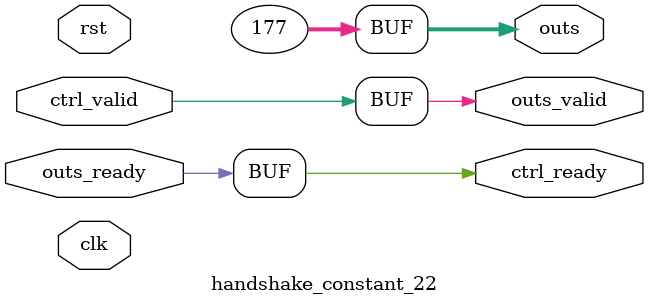
<source format=v>
`timescale 1ns / 1ps
module handshake_constant_22 #(
  parameter DATA_WIDTH = 32  // Default set to 32 bits
) (
  input                       clk,
  input                       rst,
  // Input Channel
  input                       ctrl_valid,
  output                      ctrl_ready,
  // Output Channel
  output [DATA_WIDTH - 1 : 0] outs,
  output                      outs_valid,
  input                       outs_ready
);
  assign outs       = 8'b10110001;
  assign outs_valid = ctrl_valid;
  assign ctrl_ready = outs_ready;

endmodule

</source>
